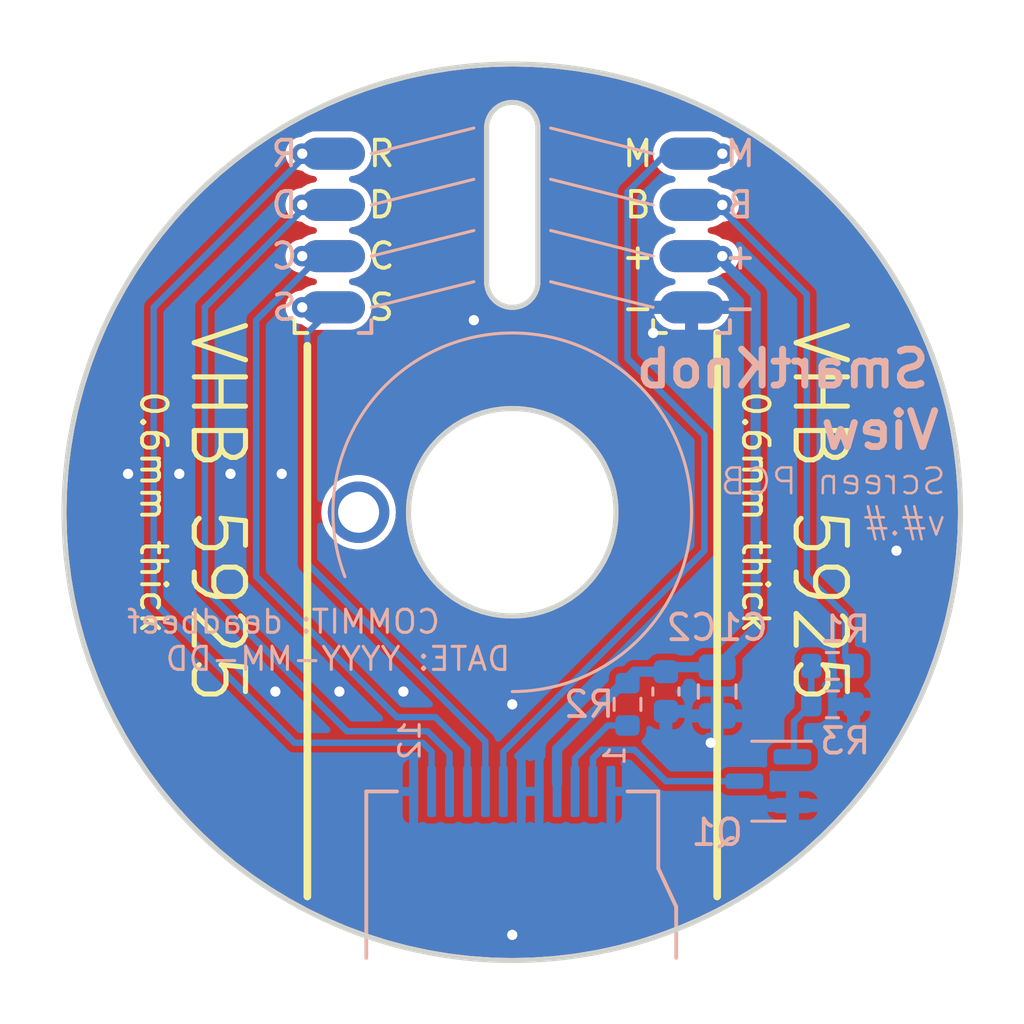
<source format=kicad_pcb>
(kicad_pcb (version 20221018) (generator pcbnew)
  (layers (0 "F.Cu" signal) (31 "B.Cu" signal) (34 "B.Paste" user) (35 "F.Paste" user) (36 "B.SilkS" user "B.Silkscreen") (37 "F.SilkS" user "F.Silkscreen") (38 "B.Mask" user) (39 "F.Mask" user) (44 "Edge.Cuts" user))
  (property "COMMIT_DATE" "YYYY-MM-DD")
  (property "COMMIT_DATE_LONG" "YYYY-MM-DD HH:MM:SS TZ")
  (property "COMMIT_HASH" "deadbeef")
  (property "RELEASE_VERSION" "v#.#")
  (net 0 "")
  (net 1 "GND")
  (net 2 "/VDD")
  (net 3 "/DC")
  (net 4 "/BACKLIGHT_EN")
  (net 5 "/nRESET")
  (net 6 "/MOSI")
  (net 7 "/SCK")
  (net 8 "/nCS")
  (net 9 "/LEDA")
  (net 10 "/LEDK")
  (net 11 "Net-(Q1-Pad1)")
  (footprint "Holes:AlignmentHole_1.6" (layer "F.Cu") (at 94 100)
    (fp_text reference "H1" hide)
    (fp_text value "AlignmentHole" hide)
    (pad "1" thru_hole circle locked (at 0 0) (size 2.4 2.4) (drill 1.6) (layers "*.Cu" "*.Mask"))
  )
  (footprint "SolderPads:SolderPads_2mm_4" (layer "F.Cu") (at 93 92 90)
    (fp_text reference "J5" hide)
    (fp_text value "Conn_01x04")
    (fp_line (start -1 -1.5) (end -1 -1) (stroke (width 0.15)) (layer "F.SilkS"))
    (fp_line (start -0.5 -1.5) (end -1 -1.5) (stroke (width 0.15)) (layer "F.SilkS"))
    (pad "1" smd oval (at 0 0 90) (size 1.25 2.5) (layers "F.Cu" "F.Mask") (net 8 "/nCS"))
    (pad "2" smd oval (at 2 0 90) (size 1.25 2.5) (layers "F.Cu" "F.Mask") (net 7 "/SCK"))
    (pad "3" smd oval (at 4 0 90) (size 1.25 2.5) (layers "F.Cu" "F.Mask") (net 6 "/MOSI"))
    (pad "4" smd oval (at 6 0 90) (size 1.25 2.5) (layers "F.Cu" "F.Mask") (net 5 "/nRESET"))
  )
  (footprint "SolderPads:SolderPads_2mm_4" (layer "F.Cu") (at 107 92 90)
    (fp_text reference "J4" hide)
    (fp_text value "Conn_01x04")
    (fp_line (start -1 -1.5) (end -1 -1) (stroke (width 0.15)) (layer "F.SilkS"))
    (fp_line (start -0.5 -1.5) (end -1 -1.5) (stroke (width 0.15)) (layer "F.SilkS"))
    (pad "1" smd oval (at 0 0 90) (size 1.25 2.5) (layers "F.Cu" "F.Mask") (net 1 "GND"))
    (pad "2" smd oval (at 2 0 90) (size 1.25 2.5) (layers "F.Cu" "F.Mask") (net 2 "/VDD"))
    (pad "3" smd oval (at 4 0 90) (size 1.25 2.5) (layers "F.Cu" "F.Mask") (net 4 "/BACKLIGHT_EN"))
    (pad "4" smd oval (at 6 0 90) (size 1.25 2.5) (layers "F.Cu" "F.Mask") (net 3 "/DC"))
  )
  (footprint "LCD_GC9A01:GC9A01Round1.28" (layer "B.Cu") (at 100 110.9 90)
    (fp_text reference "J2" hide)
    (fp_text value "GC9A01")
    (fp_text user "12" (at 2 -4 90) (layer "B.SilkS") (effects (font (size 0.8 0.8) (thickness 0.12)) (justify mirror)))
    (fp_text user "1" (at 1.4 4 90) (layer "B.SilkS") (effects (font (size 0.8 0.8) (thickness 0.12)) (justify mirror)))
    (fp_line (start -6.5 6.4) (end -4.5 6.4) (stroke (width 0.15)) (layer "B.SilkS"))
    (fp_line (start -4.5 6.4) (end -3 5.7) (stroke (width 0.15)) (layer "B.SilkS"))
    (fp_line (start 0 -5.7) (end -6.5 -5.7) (stroke (width 0.15)) (layer "B.SilkS"))
    (fp_line (start 0 -5.7) (end 0 -4.5) (stroke (width 0.15)) (layer "B.SilkS"))
    (fp_line (start 0 5.7) (end -3 5.7) (stroke (width 0.15)) (layer "B.SilkS"))
    (fp_line (start 0 5.7) (end 0 4.5) (stroke (width 0.15)) (layer "B.SilkS"))
    (pad "1" smd roundrect (at 0 3.85 90) (size 2 0.35) (layers "B.Cu" "B.Paste" "B.Mask") (net 1 "GND"))
    (pad "2" smd roundrect (at 0 3.15 90) (size 2 0.35) (layers "B.Cu" "B.Paste" "B.Mask") (net 10 "/LEDK"))
    (pad "3" smd roundrect (at 0 2.45 90) (size 2 0.35) (layers "B.Cu" "B.Paste" "B.Mask") (net 9 "/LEDA"))
    (pad "4" smd roundrect (at 0 1.75 90) (size 2 0.35) (layers "B.Cu" "B.Paste" "B.Mask") (net 2 "/VDD"))
    (pad "5" smd roundrect (at 0 1.05 90) (size 2 0.35) (layers "B.Cu" "B.Paste" "B.Mask") (net 1 "GND"))
    (pad "6" smd roundrect (at 0 0.35 90) (size 2 0.35) (layers "B.Cu" "B.Paste" "B.Mask") (net 1 "GND"))
    (pad "7" smd roundrect (at 0 -0.35 90) (size 2 0.35) (layers "B.Cu" "B.Paste" "B.Mask") (net 3 "/DC"))
    (pad "8" smd roundrect (at 0 -1.05 90) (size 2 0.35) (layers "B.Cu" "B.Paste" "B.Mask") (net 8 "/nCS"))
    (pad "9" smd roundrect (at 0 -1.75 90) (size 2 0.35) (layers "B.Cu" "B.Paste" "B.Mask") (net 7 "/SCK"))
    (pad "10" smd roundrect (at 0 -2.45 90) (size 2 0.35) (layers "B.Cu" "B.Paste" "B.Mask") (net 6 "/MOSI"))
    (pad "11" smd roundrect (at 0 -3.15 90) (size 2 0.35) (layers "B.Cu" "B.Paste" "B.Mask") (net 5 "/nRESET"))
    (pad "12" smd roundrect (at 0 -3.85 90) (size 2 0.35) (layers "B.Cu" "B.Paste" "B.Mask") (net 1 "GND"))
  )
  (footprint "Package_TO_SOT_SMD:SOT-23" (layer "B.Cu") (at 110 110.5 180)
    (fp_text reference "Q1" (at 2 -2 180) (layer "B.SilkS") (effects (justify mirror)))
    (fp_text value "2N7002")
    (fp_line (start 0 -1.56) (end -0.65 -1.56) (stroke (width 0.12)) (layer "B.SilkS"))
    (fp_line (start 0 -1.56) (end 0.65 -1.56) (stroke (width 0.12)) (layer "B.SilkS"))
    (fp_line (start 0 1.56) (end -1.675 1.56) (stroke (width 0.12)) (layer "B.SilkS"))
    (fp_line (start 0 1.56) (end 0.65 1.56) (stroke (width 0.12)) (layer "B.SilkS"))
    (pad "1" smd roundrect (at -0.9375 0.95 180) (size 1.475 0.6) (layers "B.Cu" "B.Paste" "B.Mask") (net 11 "Net-(Q1-Pad1)"))
    (pad "2" smd roundrect (at -0.9375 -0.95 180) (size 1.475 0.6) (layers "B.Cu" "B.Paste" "B.Mask") (net 1 "GND"))
    (pad "3" smd roundrect (at 0.9375 0 180) (size 1.475 0.6) (layers "B.Cu" "B.Paste" "B.Mask") (net 10 "/LEDK"))
  )
  (footprint "Resistor_SMD:R_0603_1608Metric" (layer "B.Cu") (at 112.5 106 180)
    (fp_text reference "R1" (at -0.5 1.43) (layer "B.SilkS") (effects (justify mirror)))
    (fp_text value "10k")
    (fp_line (start -0.237258 -0.5225) (end 0.237258 -0.5225) (stroke (width 0.12)) (layer "B.SilkS"))
    (fp_line (start -0.237258 0.5225) (end 0.237258 0.5225) (stroke (width 0.12)) (layer "B.SilkS"))
    (pad "1" smd roundrect (at -0.825 0 180) (size 0.8 0.95) (layers "B.Cu" "B.Paste" "B.Mask") (net 4 "/BACKLIGHT_EN"))
    (pad "2" smd roundrect (at 0.825 0 180) (size 0.8 0.95) (layers "B.Cu" "B.Paste" "B.Mask") (net 11 "Net-(Q1-Pad1)"))
  )
  (footprint "Resistor_SMD:R_0603_1608Metric" (layer "B.Cu") (at 104.5 107.5 -90)
    (fp_text reference "R2" (at 0 1.5) (layer "B.SilkS") (effects (justify mirror)))
    (fp_text value "22R")
    (fp_line (start -0.237258 -0.5225) (end 0.237258 -0.5225) (stroke (width 0.12)) (layer "B.SilkS"))
    (fp_line (start -0.237258 0.5225) (end 0.237258 0.5225) (stroke (width 0.12)) (layer "B.SilkS"))
    (pad "1" smd roundrect (at -0.825 0 270) (size 0.8 0.95) (layers "B.Cu" "B.Paste" "B.Mask") (net 2 "/VDD"))
    (pad "2" smd roundrect (at 0.825 0 270) (size 0.8 0.95) (layers "B.Cu" "B.Paste" "B.Mask") (net 9 "/LEDA"))
  )
  (footprint "Resistor_SMD:R_0603_1608Metric" (layer "B.Cu") (at 112.5 107.5)
    (fp_text reference "R3" (at 0.5 1.43) (layer "B.SilkS") (effects (justify mirror)))
    (fp_text value "1M")
    (fp_line (start -0.237258 -0.5225) (end 0.237258 -0.5225) (stroke (width 0.12)) (layer "B.SilkS"))
    (fp_line (start -0.237258 0.5225) (end 0.237258 0.5225) (stroke (width 0.12)) (layer "B.SilkS"))
    (pad "1" smd roundrect (at -0.825 0) (size 0.8 0.95) (layers "B.Cu" "B.Paste" "B.Mask") (net 11 "Net-(Q1-Pad1)"))
    (pad "2" smd roundrect (at 0.825 0) (size 0.8 0.95) (layers "B.Cu" "B.Paste" "B.Mask") (net 1 "GND"))
  )
  (footprint "Capacitor_SMD:C_0603_1608Metric" (layer "B.Cu") (at 106 107 -90)
    (fp_text reference "C2" (at -2.5 -1) (layer "B.SilkS") (effects (justify mirror)))
    (fp_text value "0.1uF")
    (fp_line (start -0.14058 -0.51) (end 0.14058 -0.51) (stroke (width 0.12)) (layer "B.SilkS"))
    (fp_line (start -0.14058 0.51) (end 0.14058 0.51) (stroke (width 0.12)) (layer "B.SilkS"))
    (pad "1" smd roundrect (at -0.775 0 270) (size 0.9 0.95) (layers "B.Cu" "B.Paste" "B.Mask") (net 2 "/VDD"))
    (pad "2" smd roundrect (at 0.775 0 270) (size 0.9 0.95) (layers "B.Cu" "B.Paste" "B.Mask") (net 1 "GND"))
  )
  (footprint "Capacitor_SMD:C_0805_2012Metric" (layer "B.Cu") (at 108 107 -90)
    (fp_text reference "C1" (at -2.5 -1) (layer "B.SilkS") (effects (justify mirror)))
    (fp_text value "22uF")
    (fp_line (start -0.261252 -0.735) (end 0.261252 -0.735) (stroke (width 0.12)) (layer "B.SilkS"))
    (fp_line (start -0.261252 0.735) (end 0.261252 0.735) (stroke (width 0.12)) (layer "B.SilkS"))
    (pad "1" smd roundrect (at -0.95 0 270) (size 1 1.45) (layers "B.Cu" "B.Paste" "B.Mask") (net 2 "/VDD"))
    (pad "2" smd roundrect (at 0.95 0 270) (size 1 1.45) (layers "B.Cu" "B.Paste" "B.Mask") (net 1 "GND"))
  )
  (footprint "SolderPads:SolderPads_2mm_4" (layer "B.Cu") (at 93 92 90)
    (fp_text reference "J3" hide)
    (fp_text value "Conn_01x04")
    (fp_line (start -1 1.5) (end -1 1) (stroke (width 0.15)) (layer "B.SilkS"))
    (fp_line (start -0.5 1.5) (end -1 1.5) (stroke (width 0.15)) (layer "B.SilkS"))
    (pad "1" smd oval (at 0 0 90) (size 1.25 2.5) (layers "B.Cu" "B.Mask") (net 8 "/nCS"))
    (pad "2" smd oval (at 2 0 90) (size 1.25 2.5) (layers "B.Cu" "B.Mask") (net 7 "/SCK"))
    (pad "3" smd oval (at 4 0 90) (size 1.25 2.5) (layers "B.Cu" "B.Mask") (net 6 "/MOSI"))
    (pad "4" smd oval (at 6 0 90) (size 1.25 2.5) (layers "B.Cu" "B.Mask") (net 5 "/nRESET"))
  )
  (footprint "SolderPads:SolderPads_2mm_4" (layer "B.Cu") (at 107 92 90)
    (fp_text reference "J1" hide)
    (fp_text value "Conn_01x04")
    (fp_line (start -1 1.5) (end -1 1) (stroke (width 0.15)) (layer "B.SilkS"))
    (fp_line (start -0.5 1.5) (end -1 1.5) (stroke (width 0.15)) (layer "B.SilkS"))
    (pad "1" smd oval (at 0 0 90) (size 1.25 2.5) (layers "B.Cu" "B.Mask") (net 1 "GND"))
    (pad "2" smd oval (at 2 0 90) (size 1.25 2.5) (layers "B.Cu" "B.Mask") (net 2 "/VDD"))
    (pad "3" smd oval (at 4 0 90) (size 1.25 2.5) (layers "B.Cu" "B.Mask") (net 4 "/BACKLIGHT_EN"))
    (pad "4" smd oval (at 6 0 90) (size 1.25 2.5) (layers "B.Cu" "B.Mask") (net 3 "/DC"))
  )
  (gr_arc (start 93.466581 102.512854) (mid 103.962955 94.229819) (end 100 107) (stroke (width 0.12)) (layer "B.SilkS"))
  (gr_line (start 98.5 85) (end 94.5 86) (stroke (width 0.12)) (layer "B.SilkS"))
  (gr_line (start 98.5 91) (end 94.5 92) (stroke (width 0.12)) (layer "B.SilkS"))
  (gr_line (start 101.5 85) (end 105.5 86) (stroke (width 0.12)) (layer "B.SilkS"))
  (gr_line (start 101.5 91) (end 105.5 92) (stroke (width 0.12)) (layer "B.SilkS"))
  (gr_line (start 101.5 89) (end 105.5 90) (stroke (width 0.12)) (layer "B.SilkS"))
  (gr_line (start 101.5 87) (end 105.5 88) (stroke (width 0.12)) (layer "B.SilkS"))
  (gr_line (start 98.5 87) (end 94.5 88) (stroke (width 0.12)) (layer "B.SilkS"))
  (gr_line (start 98.5 89) (end 94.5 90) (stroke (width 0.12)) (layer "B.SilkS"))
  (gr_line (start 92 93.5) (end 92 115) (stroke (width 0.3)) (layer "F.SilkS"))
  (gr_line (start 108 93) (end 108 115) (stroke (width 0.3)) (layer "F.SilkS"))
  (gr_arc (start 101 91) (mid 100 92) (end 99 91) (stroke (width 0.2)) (layer "Edge.Cuts"))
  (gr_line (start 99 85) (end 99 91) (stroke (width 0.2)) (layer "Edge.Cuts"))
  (gr_line (start 101 91) (end 101 85) (stroke (width 0.2)) (layer "Edge.Cuts"))
  (gr_arc (start 99 85) (mid 100 84) (end 101 85) (stroke (width 0.2)) (layer "Edge.Cuts"))
  (gr_circle (center 100 100) (end 117.5 100) (stroke (width 0.2)) (fill none) (layer "Edge.Cuts"))
  (gr_circle (center 100 100) (end 104.05 100) (stroke (width 0.2)) (fill none) (layer "Edge.Cuts"))
  (gr_text "    COMMIT: ${COMMIT_HASH}\nDATE: ${COMMIT_DATE}\n" (at 100 105) (layer "B.SilkS") (effects (font (size 0.9 0.9) (thickness 0.12)) (justify left mirror)))
  (gr_text "SmartKnob" (at 116.4 94.4) (layer "B.SilkS") (effects (font (size 1.4 1.4) (thickness 0.27)) (justify left mirror)))
  (gr_text "View" (at 116.8 96.8) (layer "B.SilkS") (effects (font (size 1.4 1.4) (thickness 0.27)) (justify left mirror)))
  (gr_text "R" (at 91.1 86) (layer "B.SilkS") (effects (font (size 1 1)) (justify mirror)))
  (gr_text "M" (at 108.9 86) (layer "B.SilkS") (effects (font (size 1 1)) (justify mirror)))
  (gr_text "S" (at 91.1 92) (layer "B.SilkS") (effects (font (size 1 1)) (justify mirror)))
  (gr_text "-" (at 108.9 92) (layer "B.SilkS") (effects (font (size 1 1)) (justify mirror)))
  (gr_text "D" (at 91.1 88) (layer "B.SilkS") (effects (font (size 1 1)) (justify mirror)))
  (gr_text "+" (at 108.9 90) (layer "B.SilkS") (effects (font (size 1 1)) (justify mirror)))
  (gr_text "Screen PCB\n${RELEASE_VERSION}" (at 117 99.6) (layer "B.SilkS") (effects (font (size 1 1) (thickness 0.1)) (justify left mirror)))
  (gr_text "C" (at 91.1 90) (layer "B.SilkS") (effects (font (size 1 1)) (justify mirror)))
  (gr_text "B" (at 108.9 88) (layer "B.SilkS") (effects (font (size 1 1)) (justify mirror)))
  (gr_text "0.6mm thick" (at 86 100 -90) (layer "F.SilkS") (effects (font (size 1 1))))
  (gr_text "VHB 5925" (at 88.5 100 -90) (layer "F.SilkS") (effects (font (size 2 2) (thickness 0.2))))
  (gr_text "D" (at 94.9 88) (layer "F.SilkS") (effects (font (size 1 1))))
  (gr_text "C" (at 94.9 90) (layer "F.SilkS") (effects (font (size 1 1))))
  (gr_text "S" (at 94.9 92) (layer "F.SilkS") (effects (font (size 1 1))))
  (gr_text "R" (at 94.9 86) (layer "F.SilkS") (effects (font (size 1 1))))
  (gr_text "-" (at 104.9 92) (layer "F.SilkS") (effects (font (size 1 1))))
  (gr_text "+" (at 104.9 90) (layer "F.SilkS") (effects (font (size 1 1))))
  (gr_text "M" (at 104.9 86) (layer "F.SilkS") (effects (font (size 1 1))))
  (gr_text "B" (at 104.9 88) (layer "F.SilkS") (effects (font (size 1 1))))
  (gr_text "0.6mm thick" (at 109.5 100 -90) (layer "F.SilkS") (effects (font (size 1 1))))
  (gr_text "VHB 5925" (at 112 100 -90) (layer "F.SilkS") (effects (font (size 2 2) (thickness 0.2))))
  (via (at 93.25 107) (size 0.8) (drill 0.4) (layers "F.Cu" "B.Cu") (net 1))
  (via (at 85 98.5) (size 0.8) (drill 0.4) (layers "F.Cu" "B.Cu") (net 1))
  (via (at 107.75 109) (size 0.8) (drill 0.4) (layers "F.Cu" "B.Cu") (net 1))
  (via (at 105.5 93) (size 0.8) (drill 0.4) (layers "F.Cu" "B.Cu") (net 1))
  (via (at 91 98.5) (size 0.8) (drill 0.4) (layers "F.Cu" "B.Cu") (net 1))
  (via (at 115 101.5) (size 0.8) (drill 0.4) (layers "F.Cu" "B.Cu") (net 1))
  (via (at 100 116.5) (size 0.8) (drill 0.4) (layers "F.Cu" "B.Cu") (net 1))
  (via (at 89 98.5) (size 0.8) (drill 0.4) (layers "F.Cu" "B.Cu") (net 1))
  (via (at 95.75 107) (size 0.8) (drill 0.4) (layers "F.Cu" "B.Cu") (net 1))
  (via (at 87 98.5) (size 0.8) (drill 0.4) (layers "F.Cu" "B.Cu") (net 1))
  (via (at 90.75 107) (size 0.8) (drill 0.4) (layers "F.Cu" "B.Cu") (net 1))
  (via (at 100 107.5) (size 0.8) (drill 0.4) (layers "F.Cu" "B.Cu") (net 1))
  (via (at 98.5 92.5) (size 0.8) (drill 0.4) (layers "F.Cu" "B.Cu") (net 1))
  (via (at 108.2 90) (size 0.8) (drill 0.4) (layers "F.Cu" "B.Cu") (net 2))
  (segment (start 101.75 109.25) (end 101.75 110.6) (width 0.4) (layer "B.Cu") (net 2))
  (segment (start 108 90) (end 109.5 91.5) (width 0.4) (layer "B.Cu") (net 2))
  (segment (start 109.5 104.55) (end 108 106.05) (width 0.4) (layer "B.Cu") (net 2))
  (segment (start 109.5 91.5) (end 109.5 104.55) (width 0.4) (layer "B.Cu") (net 2))
  (segment (start 106 106.225) (end 104.775 106.225) (width 0.4) (layer "B.Cu") (net 2))
  (segment (start 106.175 106.05) (end 106 106.225) (width 0.25) (layer "B.Cu") (net 2))
  (segment (start 108 106.05) (end 106.175 106.05) (width 0.4) (layer "B.Cu") (net 2))
  (segment (start 104.775 106.225) (end 101.75 109.25) (width 0.4) (layer "B.Cu") (net 2))
  (segment (start 108 90) (end 107 90) (width 0.4) (layer "B.Cu") (net 2))
  (via (at 108.2 86) (size 0.8) (drill 0.4) (layers "F.Cu" "B.Cu") (net 3))
  (segment (start 107.5 101.5) (end 107.5 97) (width 0.25) (layer "B.Cu") (net 3))
  (segment (start 99.65 110.6) (end 99.65 109.35) (width 0.25) (layer "B.Cu") (net 3))
  (segment (start 104.5 87.5) (end 106 86) (width 0.25) (layer "B.Cu") (net 3))
  (segment (start 106 86) (end 107 86) (width 0.25) (layer "B.Cu") (net 3))
  (segment (start 104.5 94) (end 104.5 87.5) (width 0.25) (layer "B.Cu") (net 3))
  (segment (start 99.65 109.35) (end 107.5 101.5) (width 0.25) (layer "B.Cu") (net 3))
  (segment (start 107.5 97) (end 104.5 94) (width 0.25) (layer "B.Cu") (net 3))
  (via (at 108.2 88) (size 0.8) (drill 0.4) (layers "F.Cu" "B.Cu") (net 4))
  (segment (start 113 105.675) (end 113.325 106) (width 0.25) (layer "B.Cu") (net 4))
  (segment (start 113 104) (end 113 105.675) (width 0.25) (layer "B.Cu") (net 4))
  (segment (start 111.5 102.5) (end 113 104) (width 0.25) (layer "B.Cu") (net 4))
  (segment (start 107 88) (end 108 88) (width 0.25) (layer "B.Cu") (net 4))
  (segment (start 111.5 91.5) (end 111.5 102.5) (width 0.25) (layer "B.Cu") (net 4))
  (segment (start 108 88) (end 111.5 91.5) (width 0.25) (layer "B.Cu") (net 4))
  (via (at 91.8 86) (size 0.8) (drill 0.4) (layers "F.Cu" "B.Cu") (net 5))
  (segment (start 96.5 109) (end 91.5 109) (width 0.25) (layer "B.Cu") (net 5))
  (segment (start 96.85 109.35) (end 96.5 109) (width 0.25) (layer "B.Cu") (net 5))
  (segment (start 96.85 110.6) (end 96.85 109.35) (width 0.25) (layer "B.Cu") (net 5))
  (segment (start 91.5 109) (end 86 103.5) (width 0.25) (layer "B.Cu") (net 5))
  (segment (start 86 103.5) (end 86 92) (width 0.25) (layer "B.Cu") (net 5))
  (segment (start 86 92) (end 92 86) (width 0.25) (layer "B.Cu") (net 5))
  (segment (start 92 86) (end 93 86) (width 0.25) (layer "B.Cu") (net 5))
  (via (at 91.8 88) (size 0.8) (drill 0.4) (layers "F.Cu" "B.Cu") (net 6))
  (segment (start 88 103) (end 93.549991 108.549991) (width 0.25) (layer "B.Cu") (net 6))
  (segment (start 93.549991 108.549991) (end 96.686401 108.549991) (width 0.25) (layer "B.Cu") (net 6))
  (segment (start 92 88) (end 88 92) (width 0.25) (layer "B.Cu") (net 6))
  (segment (start 88 92) (end 88 103) (width 0.25) (layer "B.Cu") (net 6))
  (segment (start 96.686401 108.549991) (end 97.55 109.413589) (width 0.25) (layer "B.Cu") (net 6))
  (segment (start 93 88) (end 92 88) (width 0.25) (layer "B.Cu") (net 6))
  (segment (start 97.55 109.413589) (end 97.55 110.6) (width 0.25) (layer "B.Cu") (net 6))
  (via (at 91.8 90) (size 0.8) (drill 0.4) (layers "F.Cu" "B.Cu") (net 7))
  (segment (start 92.5 90) (end 93 90) (width 0.25) (layer "B.Cu") (net 7))
  (segment (start 98.25 110.6) (end 98.25 109.25) (width 0.25) (layer "B.Cu") (net 7))
  (segment (start 95.5 108) (end 90 102.5) (width 0.25) (layer "B.Cu") (net 7))
  (segment (start 97 108) (end 95.5 108) (width 0.25) (layer "B.Cu") (net 7))
  (segment (start 98.25 109.25) (end 97 108) (width 0.25) (layer "B.Cu") (net 7))
  (segment (start 90 102.5) (end 90 92.5) (width 0.25) (layer "B.Cu") (net 7))
  (segment (start 90 92.5) (end 92.5 90) (width 0.25) (layer "B.Cu") (net 7))
  (via (at 91.8 92) (size 0.8) (drill 0.4) (layers "F.Cu" "B.Cu") (net 8))
  (segment (start 92 93) (end 93 92) (width 0.25) (layer "B.Cu") (net 8))
  (segment (start 92 102) (end 92 93) (width 0.25) (layer "B.Cu") (net 8))
  (segment (start 98.95 110.6) (end 98.95 108.95) (width 0.25) (layer "B.Cu") (net 8))
  (segment (start 98.95 108.95) (end 92 102) (width 0.25) (layer "B.Cu") (net 8))
  (segment (start 103.725 108.325) (end 104.5 108.325) (width 0.25) (layer "B.Cu") (net 9))
  (segment (start 102.45 109.6) (end 103.725 108.325) (width 0.25) (layer "B.Cu") (net 9))
  (segment (start 102.45 110.6) (end 102.45 109.6) (width 0.25) (layer "B.Cu") (net 9))
  (segment (start 103.15 109.6) (end 103.47501 109.27499) (width 0.25) (layer "B.Cu") (net 10))
  (segment (start 104.77499 109.27499) (end 106 110.5) (width 0.25) (layer "B.Cu") (net 10))
  (segment (start 103.47501 109.27499) (end 104.77499 109.27499) (width 0.25) (layer "B.Cu") (net 10))
  (segment (start 103.15 110.6) (end 103.15 109.6) (width 0.25) (layer "B.Cu") (net 10))
  (segment (start 106 110.5) (end 109 110.5) (width 0.25) (layer "B.Cu") (net 10))
  (segment (start 111 108.175) (end 111.675 107.5) (width 0.25) (layer "B.Cu") (net 11))
  (segment (start 111.675 106) (end 111.675 107.5) (width 0.25) (layer "B.Cu") (net 11))
  (segment (start 111 109.55) (end 111 108.175) (width 0.25) (layer "B.Cu") (net 11))
  (zone (net 1) (net_name "GND") (layer "F.Cu") (connect_pads (clearance 0.254)) (min_thickness 0.254) (fill yes (thermal_gap 0.254) (thermal_bridge_width 0.508))
    (polygon (pts (xy 120 120) (xy 80 120) (xy 80 80) (xy 120 80)))
  )
  (zone (net 1) (net_name "GND") (layer "B.Cu") (connect_pads (clearance 0.254)) (min_thickness 0.254) (fill yes (thermal_gap 0.254) (thermal_bridge_width 0.508))
    (polygon (pts (xy 120 120) (xy 80 120) (xy 80 80) (xy 120 80)))
  )
)
</source>
